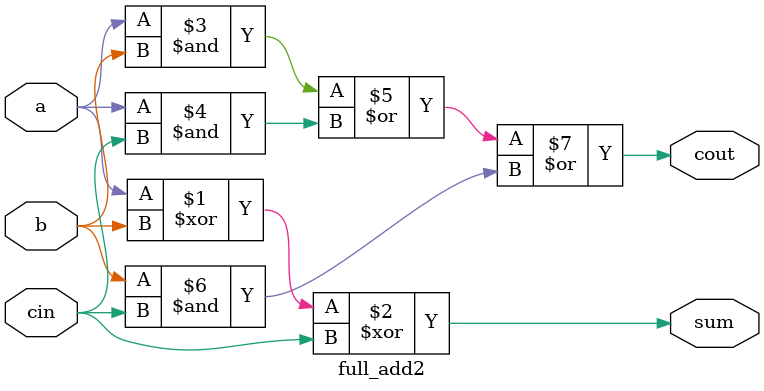
<source format=v>
module full_add2
(
	input a,     	
	input b,		
	input cin,		
	output sum,		
	output cout		
);
	assign sum = a ^ b ^ cin;
	assign cout = (a & b) | (a & cin) | (b & cin);
endmodule

</source>
